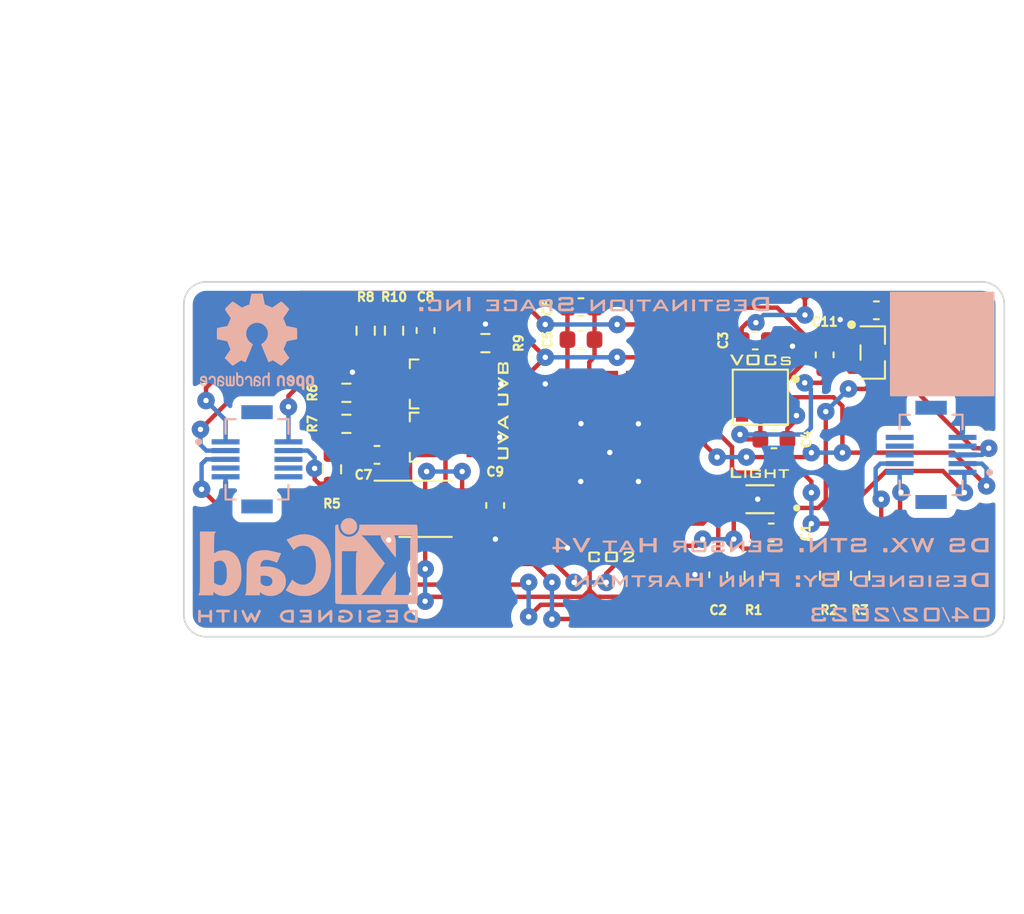
<source format=kicad_pcb>
(kicad_pcb (version 20211014) (generator pcbnew)
  (title_block (title "Destination Weather Station Sensor Hat") (date "2023-04-02") (rev "04") (comment 1 "Soloman Hartman") (comment 2 "PROTOTYPE") (comment 3 "2023"))
  (layers (0 "F.Cu" signal) (31 "B.Cu" signal) (34 "B.Paste" user) (35 "F.Paste" user) (36 "B.SilkS" user "B.Silkscreen") (37 "F.SilkS" user "F.Silkscreen") (38 "B.Mask" user) (39 "F.Mask" user) (44 "Edge.Cuts" user))
  (net 0 "")
  (net 1 "+3V3")
  (net 2 "GND")
  (net 3 "/DVI")
  (net 4 "Net-(C7-Pad1)")
  (net 5 "Net-(C7-Pad2)")
  (net 6 "SDA")
  (net 7 "SCL")
  (net 8 "Net-(C8-Pad1)")
  (net 10 "Net-(C8-Pad2)")
  (net 11 "Signal_UVA")
  (net 12 "Signal_UVB")
  (net 20 "+1V8")
  (footprint "DS-Master-Sensors-SMD:LGA9CP105_3X3_300X300X90L70N" (layer "F.Cu") (at 147.32 95.504 180)
    (fp_text reference "U2" hide)
    (fp_text value "ENS160")
  )
  (footprint "Resistor_SMD:R_0603_1608Metric" (layer "F.Cu") (at 122.7836 99.631 -90)
    (fp_text reference "R5")
    (fp_text value "3.3K")
  )
  (footprint "Capacitor_SMD:C_0603_1608Metric" (layer "F.Cu") (at 147.942 103.251 180)
    (fp_text reference "C1")
    (fp_text value "0.1uF")
  )
  (footprint "Capacitor_SMD:C_0603_1608Metric" (layer "F.Cu") (at 148.095 97.917)
    (fp_text reference "C4")
    (fp_text value "10uF")
  )
  (footprint "Resistor_SMD:R_0603_1608Metric" (layer "F.Cu") (at 123.6086 97.028 180)
    (fp_text reference "R7")
    (fp_text value "1M")
  )
  (footprint "Resistor_SMD:R_0603_1608Metric" (layer "F.Cu") (at 153.035 105.727 90)
    (fp_text reference "R3")
    (fp_text value "10K")
  )
  (footprint "Resistor_SMD:R_0603_1608Metric" (layer "F.Cu") (at 151.257 105.727 90)
    (fp_text reference "R2")
    (fp_text value "10K")
  )
  (footprint "DS-sensors:SCD40" (layer "F.Cu") (at 138.770995 98.741992)
    (fp_text reference "U3" hide)
    (fp_text value "SCD42")
  )
  (footprint "Resistor_SMD:R_0603_1608Metric" (layer "F.Cu") (at 126.3396 91.694 90)
    (fp_text reference "R10")
    (fp_text value "1M")
  )
  (footprint "Resistor_SMD:R_0603_1608Metric" (layer "F.Cu") (at 146.939 105.727 90)
    (fp_text reference "R1")
    (fp_text value "1K")
  )
  (footprint "Capacitor_SMD:C_0603_1608Metric" (layer "F.Cu") (at 128.143 91.681 90)
    (fp_text reference "C8")
    (fp_text value "0.1uF")
  )
  (footprint "Capacitor_SMD:C_0603_1608Metric" (layer "F.Cu") (at 151.003 93.078 90)
    (fp_text reference "C11")
    (fp_text value "1uF")
  )
  (footprint "DS-sensors:GUVAS12SD" (layer "F.Cu") (at 121.143 94.742 90)
    (fp_text reference "D2" hide)
    (fp_text value "GUVBS11SD")
  )
  (footprint "kibuzzard-63A142D7" (layer "F.Cu") (at 132.588 94.742 90)
    (fp_text reference "kibuzzard-63A142D7" hide)
    (fp_text value "G***" hide)
  )
  (footprint "kibuzzard-63A14315" (layer "F.Cu") (at 147.32 93.3704)
    (fp_text reference "kibuzzard-63A14315" hide)
    (fp_text value "G***" hide)
  )
  (footprint "Resistor_SMD:R_0603_1608Metric" (layer "F.Cu") (at 123.6086 95.25)
    (fp_text reference "R6")
    (fp_text value "1K")
  )
  (footprint "DS-sensors:XDCR_BH1750FVI-TR" (layer "F.Cu") (at 147.298004 101.346 180)
    (fp_text reference "U1" hide)
    (fp_text value "BH1750")
  )
  (footprint "Resistor_SMD:R_0603_1608Metric" (layer "F.Cu") (at 131.572 92.4052)
    (fp_text reference "R9")
    (fp_text value "1K")
  )
  (footprint "Capacitor_SMD:C_0603_1608Metric" (layer "F.Cu") (at 132.1308 101.7016 -90)
    (fp_text reference "C9")
    (fp_text value "0.1uF")
  )
  (footprint "Capacitor_SMD:C_0603_1608Metric" (layer "F.Cu") (at 153.9618 90.5256 180)
    (fp_text reference "C10")
    (fp_text value "1uF")
  )
  (footprint "DS-sensors:GUVAS12SD" (layer "F.Cu") (at 121.143 97.79 90)
    (fp_text reference "D1" hide)
    (fp_text value "GUVAS12SD")
  )
  (footprint "Capacitor_SMD:C_0603_1608Metric" (layer "F.Cu") (at 147.0282 92.2528)
    (fp_text reference "C3")
    (fp_text value "0.1uF")
  )
  (footprint "kibuzzard-63A142F5" (layer "F.Cu") (at 138.7856 104.648)
    (fp_text reference "kibuzzard-63A142F5" hide)
    (fp_text value "G***" hide)
  )
  (footprint "Resistor_SMD:R_0603_1608Metric" (layer "F.Cu") (at 124.714 91.694 -90)
    (fp_text reference "R8")
    (fp_text value "3.3K")
  )
  (footprint "Capacitor_SMD:C_0603_1608Metric" (layer "F.Cu") (at 137.046 92.202 180)
    (fp_text reference "C5")
    (fp_text value "0.1uF")
  )
  (footprint "kibuzzard-63A14339" (layer "F.Cu") (at 147.2946 99.822)
    (fp_text reference "kibuzzard-63A14339" hide)
    (fp_text value "G***" hide)
  )
  (footprint "Capacitor_SMD:C_0603_1608Metric" (layer "F.Cu") (at 144.907 105.677 -90)
    (fp_text reference "C2")
    (fp_text value "0.1uF")
  )
  (footprint "Package_SO:MSOP-8_3x3mm_P0.65mm" (layer "F.Cu") (at 128.143 101.895)
    (fp_text reference "U4" hide)
    (fp_text value "MCP6002-E/MS")
  )
  (footprint "DS-Master-PMIC-SMD:AP7313-18SAG-7" (layer "F.Cu") (at 153.756 92.943 -90)
    (fp_text reference "U5" hide)
    (fp_text value "AP7313")
  )
  (footprint "Capacitor_SMD:C_0603_1608Metric" (layer "F.Cu") (at 137.046 90.3478 180)
    (fp_text reference "C6")
    (fp_text value "10uF")
  )
  (footprint "kibuzzard-63A142C4" (layer "F.Cu") (at 132.588 97.79 90)
    (fp_text reference "kibuzzard-63A142C4" hide)
    (fp_text value "G***" hide)
  )
  (footprint "Capacitor_SMD:C_0603_1608Metric" (layer "F.Cu") (at 125.362 98.806 180)
    (fp_text reference "C7")
    (fp_text value "0.1uF")
  )
  (footprint "DS-connectors:HRS_DF12NB(3.0)-10DS-0.5V(51)" (layer "B.Cu") (at 157.099 98.806 -90)
    (fp_text reference "J2" hide)
    (fp_text value "DF12NB(3.0)-10DS-0.5V(51)")
  )
  (footprint "DS-connectors:HRS_DF12NB(3.0)-10DS-0.5V(51)" (layer "B.Cu") (at 118.491 99.06 90)
    (fp_text reference "J1" hide)
    (fp_text value "DF12NB(3.0)-10DS-0.5V(51)")
  )
  (footprint "kibuzzard-6429C003" (layer "B.Cu") (at 147.9296 105.9688 180)
    (fp_text reference "kibuzzard-6429C003" hide)
    (fp_text value "G***" hide)
  )
  (footprint "Symbol:OSHW-Logo2_7.3x6mm_SilkScreen" (layer "B.Cu") (at 118.491 92.329 180)
    (fp_text reference "REF**" hide)
    (fp_text value "OSHW-Logo2_7.3x6mm_SilkScreen" hide)
  )
  (footprint "Symbol:KiCad-Logo2_5mm_SilkScreen" (layer "B.Cu") (at 121.412 105.41 180)
    (fp_text reference "REF**" hide)
    (fp_text value "KiCad-Logo2_5mm_SilkScreen" hide)
  )
  (footprint "kibuzzard-641DA226" (layer "B.Cu") (at 137.795 90.17 180)
    (fp_text reference "kibuzzard-641DA226" hide)
    (fp_text value "G***" hide)
  )
  (gr_rect (start 154.813 89.535) (end 160.655 95.377) (layer "B.SilkS") (width 0.15) (fill solid))
  (gr_arc (start 161.29 107.95) (mid 160.918026 108.848026) (end 160.02 109.22) (layer "Edge.Cuts") (width 0.1))
  (gr_arc (start 115.57 109.22) (mid 114.671974 108.848026) (end 114.3 107.95) (layer "Edge.Cuts") (width 0.1))
  (gr_arc (start 114.3 90.17) (mid 114.671974 89.271974) (end 115.57 88.9) (layer "Edge.Cuts") (width 0.1))
  (gr_arc (start 160.02 88.9) (mid 160.918026 89.271974) (end 161.29 90.17) (layer "Edge.Cuts") (width 0.1))
  (gr_line (start 114.3 107.95) (end 114.3 90.17) (layer "Edge.Cuts") (width 0.1))
  (gr_line (start 161.29 90.17) (end 161.29 107.95) (layer "Edge.Cuts") (width 0.1))
  (gr_line (start 115.57 88.9) (end 160.02 88.9) (layer "Edge.Cuts") (width 0.1))
  (gr_line (start 160.02 109.22) (end 115.57 109.22) (layer "Edge.Cuts") (width 0.1))
  (segment (start 137.541 106.553) (end 137.541 104.394) (width 0.254) (layer "F.Cu") (net 1))
  (segment (start 148.971 104.14) (end 148.717 103.886) (width 0.254) (layer "F.Cu") (net 1))
  (segment (start 150.63 101.846) (end 150.97125 101.50475) (width 0.254) (layer "F.Cu") (net 1))
  (segment (start 128.1176 107.188) (end 128.3701 106.9355) (width 0.254) (layer "F.Cu") (net 1))
  (segment (start 137.541 106.934) (end 137.922 106.934) (width 0.254) (layer "F.Cu") (net 1))
  (segment (start 150.0886 89.662) (end 149.872924 89.877676) (width 0.254) (layer "F.Cu") (net 1))
  (segment (start 159.512 98.425) (end 155.0035 93.9165) (width 0.254) (layer "F.Cu") (net 1))
  (segment (start 137.1615 106.9355) (end 137.5395 106.9355) (width 0.254) (layer "F.Cu") (net 1))
  (segment (start 154.7368 90.7288) (end 154.7368 92.9372) (width 0.254) (layer "F.Cu") (net 1))
  (segment (start 154.731 93.644) (end 154.731 92.943) (width 0.254) (layer "F.Cu") (net 1))
  (segment (start 138.5068 89.662) (end 149.6568 89.662) (width 0.254) (layer "F.Cu") (net 1))
  (segment (start 151.892 104.14) (end 148.971 104.14) (width 0.254) (layer "F.Cu") (net 1))
  (segment (start 152.145 106.3234) (end 152.3736 106.552) (width 0.254) (layer "F.Cu") (net 1))
  (segment (start 146.2532 92.2528) (end 146.2532 94.4372) (width 0.254) (layer "F.Cu") (net 1))
  (segment (start 137.821 90.3478) (end 137.821 92.202) (width 0.25) (layer "F.Cu") (net 1))
  (segment (start 151.0665 96.3305) (end 151.0665 101.4095) (width 0.25) (layer "F.Cu") (net 1))
  (segment (start 143.9545 107.2515) (end 146.2395 107.2515) (width 0.254) (layer "F.Cu") (net 1))
  (segment (start 143.637 106.934) (end 143.9545 107.2515) (width 0.254) (layer "F.Cu") (net 1))
  (segment (start 146.56052 91.23428) (end 146.2532 91.5416) (width 0.254) (layer "F.Cu") (net 1))
  (segment (start 137.922 106.934) (end 138.149445 106.934) (width 0.254) (layer "F.Cu") (net 1))
  (segment (start 145.83 96.554) (end 145.542 96.266) (width 0.254) (layer "F.Cu") (net 1))
  (segment (start 128.3701 106.9355) (end 137.1615 106.9355) (width 0.254) (layer "F.Cu") (net 1))
  (segment (start 121.7295 107.188) (end 128.1176 107.188) (width 0.254) (layer "F.Cu") (net 1))
  (segment (start 148.695 101.846) (end 150.63 101.846) (width 0.254) (layer "F.Cu") (net 1))
  (segment (start 137.541 106.553) (end 137.922 106.934) (width 0.254) (layer "F.Cu") (net 1))
  (segment (start 149.6568 89.662) (end 150.0886 89.662) (width 0.254) (layer "F.Cu") (net 1))
  (segment (start 137.821 93.192) (end 137.821 92.202) (width 0.254) (layer "F.Cu") (net 1))
  (segment (start 138.836055 106.9355) (end 138.837555 106.934) (width 0.254) (layer "F.Cu") (net 1))
  (segment (start 154.7368 89.916) (end 154.4828 89.662) (width 0.254) (layer "F.Cu") (net 1))
  (segment (start 145.83 94.454) (end 145.542 94.742) (width 0.254) (layer "F.Cu") (net 1))
  (segment (start 149.872924 89.877676) (end 149.872924 89.928476) (width 0.254) (layer "F.Cu") (net 1))
  (segment (start 152.145 104.393) (end 151.892 104.14) (width 0.254) (layer "F.Cu") (net 1))
  (segment (start 138.149445 106.934) (end 138.150945 106.9355) (width 0.254) (layer "F.Cu") (net 1))
  (segment (start 137.541 106.553) (end 137.541 106.556) (width 0.254) (layer "F.Cu") (net 1))
  (segment (start 152.3736 106.552) (end 152.145 106.552) (width 0.254) (layer "F.Cu") (net 1))
  (segment (start 137.5395 106.9355) (end 137.541 106.934) (width 0.254) (layer "F.Cu") (net 1))
  (segment (start 154.7368 92.9372) (end 154.731 92.943) (width 0.254) (layer "F.Cu") (net 1))
  (segment (start 130.2385 100.903) (end 130.2555 100.92) (width 0.25) (layer "F.Cu") (net 1))
  (segment (start 152.145 106.552) (end 151.9184 106.552) (width 0.254) (layer "F.Cu") (net 1))
  (segment (start 148.717 101.868) (end 148.695 101.846) (width 0.254) (layer "F.Cu") (net 1))
  (segment (start 146.2395 107.2515) (end 146.939 106.552) (width 0.254) (layer "F.Cu") (net 1))
  (segment (start 160.401 98.425) (end 159.512 98.425) (width 0.254) (layer "F.Cu") (net 1))
  (segment (start 146.2532 91.5416) (end 146.2532 92.2528) (width 0.254) (layer "F.Cu") (net 1))
  (segment (start 153.035 106.552) (end 152.3736 106.552) (width 0.254) (layer "F.Cu") (net 1))
  (segment (start 148.717 103.886) (end 148.717 103.251) (width 0.254) (layer "F.Cu") (net 1))
  (segment (start 146.2532 94.4372) (end 146.27 94.454) (width 0.254) (layer "F.Cu") (net 1))
  (segment (start 147.064315 91.23428) (end 146.56052 91.23428) (width 0.254) (layer "F.Cu") (net 1))
  (segment (start 151.9184 106.55) (end 151.9184 106.552) (width 0.254) (layer "F.Cu") (net 1))
  (segment (start 152.145 106.552) (end 152.145 106.3234) (width 0.254) (layer "F.Cu") (net 1))
  (segment (start 149.6568 89.662) (end 149.872924 89.878124) (width 0.254) (layer "F.Cu") (net 1))
  (segment (start 151.9184 106.552) (end 151.257 106.552) (width 0.254) (layer "F.Cu") (net 1))
  (segment (start 146.27 94.454) (end 145.83 94.454) (width 0.254) (layer "F.Cu") (net 1))
  (segment (start 138.150945 106.9355) (end 138.836055 106.9355) (width 0.254) (layer "F.Cu") (net 1))
  (segment (start 154.4828 89.662) (end 150.0886 89.662) (width 0.254) (layer "F.Cu") (net 1))
  (segment (start 130.2555 100.92) (end 132.1242 100.92) (width 0.25) (layer "F.Cu") (net 1))
  (segment (start 153.34725 95.02775) (end 154.477 93.898) (width 0.254) (layer "F.Cu") (net 1))
  (segment (start 154.985 93.898) (end 155.0035 93.9165) (width 0.254) (layer "F.Cu") (net 1))
  (segment (start 152.36825 95.02775) (end 153.34725 95.02775) (width 0.254) (layer "F.Cu") (net 1))
  (segment (start 138.837555 106.934) (end 143.637 106.934) (width 0.254) (layer "F.Cu") (net 1))
  (segment (start 151.0665 101.4095) (end 150.97125 101.50475) (width 0.25) (layer "F.Cu") (net 1))
  (segment (start 154.477 93.898) (end 154.985 93.898) (width 0.254) (layer "F.Cu") (net 1))
  (segment (start 154.477 93.898) (end 154.731 93.644) (width 0.254) (layer "F.Cu") (net 1))
  (segment (start 154.7368 90.5256) (end 154.7368 89.916) (width 0.254) (layer "F.Cu") (net 1))
  (segment (start 152.145 106.3234) (end 152.145 104.393) (width 0.254) (layer "F.Cu") (net 1))
  (segment (start 130.2385 99.7585) (end 130.2385 100.903) (width 0.25) (layer "F.Cu") (net 1))
  (segment (start 115.316 100.7745) (end 121.7295 107.188) (width 0.254) (layer "F.Cu") (net 1))
  (segment (start 146.939 106.552) (end 148.717 106.552) (width 0.254) (layer "F.Cu") (net 1))
  (segment (start 137.821 90.3478) (end 138.5068 89.662) (width 0.254) (layer "F.Cu") (net 1))
  (segment (start 128.1228 105.339) (end 128.1228 99.8422) (width 0.25) (layer "F.Cu") (net 1))
  (segment (start 155.0035 93.9165) (end 154.731 93.644) (width 0.254) (layer "F.Cu") (net 1))
  (segment (start 137.541 106.934) (end 137.541 106.553) (width 0.254) (layer "F.Cu") (net 1))
  (segment (start 152.145 106.3234) (end 151.9184 106.55) (width 0.254) (layer "F.Cu") (net 1))
  (segment (start 148.717 103.252) (end 148.717 101.868) (width 0.254) (layer "F.Cu") (net 1))
  (segment (start 149.872924 89.878124) (end 149.872924 89.928476) (width 0.254) (layer "F.Cu") (net 1))
  (segment (start 137.541 104.394) (end 137.521 104.374) (width 0.254) (layer "F.Cu") (net 1))
  (segment (start 128.1228 99.8422) (end 128.2065 99.7585) (width 0.25) (layer "F.Cu") (net 1))
  (segment (start 137.521 104.374) (end 137.521 102.742) (width 0.254) (layer "F.Cu") (net 1))
  (segment (start 137.821 93.192) (end 137.521 93.492) (width 0.254) (layer "F.Cu") (net 1))
  (segment (start 137.521 93.492) (end 137.521 94.742) (width 0.254) (layer "F.Cu") (net 1))
  (segment (start 151.257 106.552) (end 148.717 106.552) (width 0.254) (layer "F.Cu") (net 1))
  (segment (start 146.27 96.554) (end 145.83 96.554) (width 0.254) (layer "F.Cu") (net 1))
  (segment (start 149.872924 90.792076) (end 149.872924 89.928476) (width 0.254) (layer "F.Cu") (net 1))
  (segment (start 132.1242 100.92) (end 132.1308 100.9266) (width 0.25) (layer "F.Cu") (net 1))
  (segment (start 145.542 94.742) (end 145.542 96.266) (width 0.254) (layer "F.Cu") (net 1))
  (segment (start 137.541 106.556) (end 137.1615 106.9355) (width 0.254) (layer "F.Cu") (net 1))
  (via (at 128.2065 99.7585) (size 1) (drill 0.31) (layers "F.Cu" "B.Cu") (net 1))
  (via (at 128.1228 105.339) (size 1) (drill 0.31) (layers "F.Cu" "B.Cu") (net 1))
  (via (at 149.872924 90.792076) (size 1) (drill 0.31) (layers "F.Cu" "B.Cu") (net 1))
  (via (at 128.1176 107.188) (size 1) (drill 0.31) (layers "F.Cu" "B.Cu") (net 1))
  (via (at 151.0665 96.3305) (size 1) (drill 0.31) (layers "F.Cu" "B.Cu") (net 1))
  (via (at 160.401 98.425) (size 1) (drill 0.31) (layers "F.Cu" "B.Cu") (net 1))
  (via (at 152.36825 95.02775) (size 1) (drill 0.31) (layers "F.Cu" "B.Cu") (net 1))
  (via (at 147.064315 91.23428) (size 1) (drill 0.31) (layers "F.Cu" "B.Cu") (net 1))
  (via (at 130.2385 99.7585) (size 1) (drill 0.31) (layers "F.Cu" "B.Cu") (net 1))
  (via (at 115.316 100.7745) (size 1) (drill 0.31) (layers "F.Cu" "B.Cu") (net 1))
  (segment (start 115.316 99.331) (end 115.587 99.06) (width 0.254) (layer "B.Cu") (net 1))
  (segment (start 115.316 100.7745) (end 115.316 99.331) (width 0.254) (layer "B.Cu") (net 1))
  (segment (start 130.2385 99.7585) (end 128.2065 99.7585) (width 0.25) (layer "B.Cu") (net 1))
  (segment (start 152.36825 95.02775) (end 152.36825 95.02875) (width 0.254) (layer "B.Cu") (net 1))
  (segment (start 115.587 99.06) (end 116.691 99.06) (width 0.254) (layer "B.Cu") (net 1))
  (segment (start 128.1228 105.339) (end 128.1176 105.3442) (width 0.25) (layer "B.Cu") (net 1))
  (segment (start 147.064315 91.23428) (end 147.506519 90.792076) (width 0.254) (layer "B.Cu") (net 1))
  (segment (start 152.36825 95.02875) (end 151.0665 96.3305) (width 0.254) (layer "B.Cu") (net 1))
  (segment (start 160.401 98.425) (end 160.02 98.806) (width 0.254) (layer "B.Cu") (net 1))
  (segment (start 147.506519 90.792076) (end 149.872924 90.792076) (width 0.254) (layer "B.Cu") (net 1))
  (segment (start 160.02 98.806) (end 158.899 98.806) (width 0.254) (layer "B.Cu") (net 1))
  (segment (start 128.1176 105.3442) (end 128.1176 107.188) (width 0.25) (layer "B.Cu") (net 1))
  (segment (start 144.3615 106.452) (end 144.907 106.452) (width 0.254) (layer "F.Cu") (net 2))
  (segment (start 148.8303 92.2528) (end 149.1605 92.583) (width 0.254) (layer "F.Cu") (net 2))
  (segment (start 130.2555 102.87) (end 131.1656 102.87) (width 0.25) (layer "F.Cu") (net 2))
  (segment (start 147.6664 100.846) (end 148.673004 100.846) (width 0.254) (layer "F.Cu") (net 2))
  (segment (start 126.0305 103.6785) (end 126.0348 103.6828) (width 0.25) (layer "F.Cu") (net 2))
  (segment (start 147.32 93.726) (end 147.8032 93.2428) (width 0.254) (layer "F.Cu") (net 2))
  (segment (start 138.696 98.667) (end 138.771 98.742) (width 0.254) (layer "F.Cu") (net 2))
  (segment (start 148.87 97.3068) (end 148.87 97.917) (width 0.254) (layer "F.Cu") (net 2))
  (segment (start 136.271 94.742) (end 135.001 94.742) (width 0.254) (layer "F.Cu") (net 2))
  (segment (start 136.271 92.202) (end 136.270995 92.202005) (width 0.254) (layer "F.Cu") (net 2))
  (segment (start 151.892 91.991) (end 151.934 92.033) (width 0.254) (layer "F.Cu") (net 2))
  (segment (start 148.673004 101.346) (end 148.673004 100.846) (width 0.254) (layer "F.Cu") (net 2))
  (segment (start 132.1308 102.4766) (end 132.1308 103.6193) (width 0.25) (layer "F.Cu") (net 2))
  (segment (start 152.104 92.033) (end 152.781 92.033) (width 0.254) (layer "F.Cu") (net 2))
  (segment (start 132.08 91.313) (end 131.572 91.313) (width 0.254) (layer "F.Cu") (net 2))
  (segment (start 147.167 101.3454) (end 147.167 103.251) (width 0.254) (layer "F.Cu") (net 2))
  (segment (start 149.386 96.7908) (end 148.87 97.3068) (width 0.254) (layer "F.Cu") (net 2))
  (segment (start 147.32 94.454) (end 147.32 93.726) (width 0.254) (layer "F.Cu") (net 2))
  (segment (start 136.271 90.3478) (end 136.271 92.202) (width 0.25) (layer "F.Cu") (net 2))
  (segment (start 152.104 92.033) (end 151.892 91.821) (width 0.254) (layer "F.Cu") (net 2))
  (segment (start 151.622 92.303) (end 151.892 92.033) (width 0.254) (layer "F.Cu") (net 2))
  (segment (start 131.191 94.742) (end 132.461 94.742) (width 0.254) (layer "F.Cu") (net 2))
  (segment (start 151.934 92.033) (end 152.104 92.033) (width 0.254) (layer "F.Cu") (net 2))
  (segment (start 136.271 102.742) (end 136.271 104.14) (width 0.254) (layer "F.Cu") (net 2))
  (segment (start 126.0305 102.87) (end 126.0305 103.6785) (width 0.25) (layer "F.Cu") (net 2))
  (segment (start 131.559 102.4766) (end 132.1308 102.4766) (width 0.25) (layer "F.Cu") (net 2))
  (segment (start 149.386 96.554) (end 149.386 96.7908) (width 0.254) (layer "F.Cu") (net 2))
  (segment (start 132.1308 103.6193) (end 132.1435 103.632) (width 0.25) (layer "F.Cu") (net 2))
  (segment (start 153.1868 90.5256) (end 152.4254 90.5256) (width 0.254) (layer "F.Cu") (net 2))
  (segment (start 136.270995 92.202005) (end 136.270995 94.741992) (width 0.254) (layer "F.Cu") (net 2))
  (segment (start 131.149074 97.796074) (end 131.143 97.79) (width 0.254) (layer "F.Cu") (net 2))
  (segment (start 132.397 92.4052) (end 132.397 91.63) (width 0.254) (layer "F.Cu") (net 2))
  (segment (start 147.167 101.3454) (end 147.6664 100.846) (width 0.254) (layer "F.Cu") (net 2))
  (segment (start 151.003 92.303) (end 151.622 92.303) (width 0.254) (layer "F.Cu") (net 2))
  (segment (start 147.32 95.504) (end 147.32 94.454) (width 0.254) (layer "F.Cu") (net 2))
  (segment (start 149.386 96.554) (end 148.37 96.554) (width 0.254) (layer "F.Cu") (net 2))
  (segment (start 147.8032 92.2528) (end 148.8303 92.2528) (width 0.254) (layer "F.Cu") (net 2))
  (segment (start 124.459 94.572762) (end 124.459 95.25) (width 0.254) (layer "F.Cu") (net 2))
  (segment (start 131.1656 102.87) (end 131.559 102.4766) (width 0.25) (layer "F.Cu") (net 2))
  (segment (start 147.8032 93.2428) (end 147.8032 92.2528) (width 0.254) (layer "F.Cu") (net 2))
  (segment (start 143.5735 105.664) (end 144.3615 106.452) (width 0.254) (layer "F.Cu") (net 2))
  (segment (start 132.390426 97.796074) (end 131.149074 97.796074) (width 0.254) (layer "F.Cu") (net 2))
  (segment (start 151.892 91.059) (end 151.892 91.821) (width 0.254) (layer "F.Cu") (net 2))
  (segment (start 152.4254 90.5256) (end 151.892 91.059) (width 0.254) (layer "F.Cu") (net 2))
  (segment (start 123.955671 94.069433) (end 124.459 94.572762) (width 0.254) (layer "F.Cu") (net 2))
  (segment (start 151.892 91.821) (end 151.892 91.991) (width 0.254) (layer "F.Cu") (net 2))
  (segment (start 126.0305 102.87) (end 126.0305 102.22) (width 0.25) (layer "F.Cu") (net 2))
  (segment (start 132.397 91.63) (end 132.08 91.313) (width 0.254) (layer "F.Cu") (net 2))
  (via (at 132.1435 103.632) (size 1) (drill 0.31) (layers "F.Cu" "B.Cu") (net 2))
  (via (at 138.696 98.667) (size 1) (drill 0.31) (layers "F.Cu" "B.Cu") (net 2))
  (via (at 149.1605 92.583) (size 1) (drill 0.31) (layers "F.Cu" "B.Cu") (net 2))
  (via (at 131.572 91.313) (size 1) (drill 0.31) (layers "F.Cu" "B.Cu") (net 2))
  (via (at 137.033 100.33) (size 1) (drill 0.31) (layers "F.Cu" "B.Cu") (net 2))
  (via (at 123.955671 94.069433) (size 1) (drill 0.31) (layers "F.Cu" "B.Cu") (net 2))
  (via (at 149.386 96.554) (size 1) (drill 0.31) (layers "F.Cu" "B.Cu") (net 2))
  (via (at 151.892 91.059) (size 1) (drill 0.31) (layers "F.Cu" "B.Cu") (net 2))
  (via (at 140.335 100.33) (size 1) (drill 0.31) (layers "F.Cu" "B.Cu") (net 2))
  (via (at 126.0348 103.6828) (size 1) (drill 0.31) (layers "F.Cu" "B.Cu") (net 2))
  (via (at 135.001 94.742) (size 1) (drill 0.31) (layers "F.Cu" "B.Cu") (net 2))
  (via (at 132.461 94.742) (size 1) (drill 0.31) (layers "F.Cu" "B.Cu") (net 2))
  (via (at 147.167 101.3454) (size 1) (drill 0.31) (layers "F.Cu" "B.Cu") (net 2))
  (via (at 136.271 104.14) (size 1) (drill 0.31) (layers "F.Cu" "B.Cu") (net 2))
  (via (at 143.5735 105.664) (size 1) (drill 0.31) (layers "F.Cu" "B.Cu") (net 2))
  (via (at 132.390426 97.796074) (size 1) (drill 0.31) (layers "F.Cu" "B.Cu") (net 2))
  (via (at 140.335 97.028) (size 1) (drill 0.31) (layers "F.Cu" "B.Cu") (net 2))
  (via (at 137.045 97.016) (size 1) (drill 0.31) (layers "F.Cu" "B.Cu") (net 2))
  (segment (start 158.899 97.806) (end 158.899 97.304) (width 0.254) (layer "B.Cu") (net 2))
  (segment (start 116.691 100.06) (end 116.691 101.1174) (width 0.254) (layer "B.Cu") (net 2))
  (segment (start 144.907 101.834978) (end 145.395978 101.346) (width 0.254) (layer "F.Cu") (net 3))
  (segment (start 145.395978 101.346) (end 145.945 101.346) (width 0.254) (layer "F.Cu") (net 3))
  (segment (start 144.907 104.902) (end 146.939 104.902) (width 0.254) (layer "F.Cu") (net 3))
  (segment (start 144.907 104.902) (end 144.907 101.834978) (width 0.254) (layer "F.Cu") (net 3))
  (segment (start 126.1575 101.57) (end 126.9665 101.57) (width 0.254) (layer "F.Cu") (net 4))
  (segment (start 127.254 101.2825) (end 127.254 99.187) (width 0.254) (layer "F.Cu") (net 4))
  (segment (start 126.137 97.816) (end 126.111 97.79) (width 0.254) (layer "F.Cu") (net 4))
  (segment (start 128.165 97.79) (end 126.3904 97.79) (width 0.254) (layer "F.Cu") (net 4))
  (segment (start 126.111 97.79) (end 125.349 97.028) (width 0.254) (layer "F.Cu") (net 4))
  (segment (start 126.137 98.806) (end 126.137 98.0446) (width 0.254) (layer "F.Cu") (net 4))
  (segment (start 124.4336 97.028) (end 125.349 97.028) (width 0.25) (layer "F.Cu") (net 4))
  (segment (start 126.3904 97.79) (end 126.111 97.79) (width 0.254) (layer "F.Cu") (net 4))
  (segment (start 126.873 98.806) (end 126.137 98.806) (width 0.254) (layer "F.Cu") (net 4))
  (segment (start 126.137 98.0446) (end 126.137 97.816) (width 0.254) (layer "F.Cu") (net 4))
  (segment (start 126.9665 101.57) (end 127.254 101.2825) (width 0.254) (layer "F.Cu") (net 4))
  (segment (start 127.254 99.187) (end 126.873 98.806) (width 0.254) (layer "F.Cu") (net 4))
  (segment (start 126.137 98.0434) (end 126.3904 97.79) (width 0.254) (layer "F.Cu") (net 4))
  (segment (start 126.137 98.0446) (end 126.137 98.0434) (width 0.254) (layer "F.Cu") (net 4))
  (segment (start 122.7836 98.806) (end 122.7836 97.028) (width 0.25) (layer "F.Cu") (net 5))
  (segment (start 124.587 98.806) (end 122.7836 98.806) (width 0.25) (layer "F.Cu") (net 5))
  (segment (start 122.7836 95.25) (end 122.7836 97.028) (width 0.25) (layer "F.Cu") (net 5))
  (segment (start 149.733 99.822) (end 145.8976 99.822) (width 0.254) (layer "F.Cu") (net 6))
  (segment (start 144.9578 100.5586) (end 145.0848 100.4316) (width 0.254) (layer "F.Cu") (net 6))
  (segment (start 151.8285 102.743) (end 151.8285 102.6795) (width 0.254) (layer "F.Cu") (net 6))
  (segment (start 145.8976 99.822) (end 145.6944 99.822) (width 0.254) (layer "F.Cu") (net 6))
  (segment (start 141.8463 91.1987) (end 141.8463 91.4781) (width 0.254) (layer "F.Cu") (net 6))
  (segment (start 151.511 102.743) (end 151.8285 102.743) (width 0.254) (layer "F.Cu") (net 6))
  (segment (start 141.7066 91.3384) (end 139.1158 91.3384) (width 0.254) (layer "F.Cu") (net 6))
  (segment (start 141.7066 91.3384) (end 141.8463 91.4781) (width 0.254) (layer "F.Cu") (net 6))
  (segment (start 144.019 102.742) (end 144.453 102.308) (width 0.254) (layer "F.Cu") (net 6))
  (segment (start 145.6944 99.6188) (end 145.8976 99.822) (width 0.254) (layer "F.Cu") (net 6))
  (segment (start 145.6944 98.3488) (end 145.6944 99.4664) (width 0.254) (layer "F.Cu") (net 6))
  (segment (start 142.6718 90.3732) (end 148.2852 90.3732) (width 0.254) (layer "F.Cu") (net 6))
  (segment (start 149.987 93.345) (end 148.878 94.454) (width 0.254) (layer "F.Cu") (net 6))
  (segment (start 153.035 104.902) (end 153.035 103.8225) (width 0.254) (layer "F.Cu") (net 6))
  (segment (start 157.768 99.729) (end 154.525 99.729) (width 0.254) (layer "F.Cu") (net 6))
  (segment (start 145.1356 100.7364) (end 144.9578 100.5586) (width 0.254) (layer "F.Cu") (net 6))
  (segment (start 144.8308 100.6856) (end 144.8054 100.711) (width 0.254) (layer "F.Cu") (net 6))
  (segment (start 144.907 94.5388) (end 144.907 97.5614) (width 0.254) (layer "F.Cu") (net 6))
  (segment (start 145.1356 100.7364) (end 145.0848 100.6856) (width 0.254) (layer "F.Cu") (net 6))
  (segment (start 148.878 94.454) (end 148.37 94.454) (width 0.254) (layer "F.Cu") (net 6))
  (segment (start 145.0848 100.6856) (end 144.8308 100.6856) (width 0.254) (layer "F.Cu") (net 6))
  (segment (start 150.241 102.743) (end 151.511 102.743) (width 0.254) (layer "F.Cu") (net 6))
  (segment (start 141.8463 91.4781) (end 144.907 94.5388) (width 0.254) (layer "F.Cu") (net 6))
  (segment (start 151.511 102.743) (end 151.9555 102.2985) (width 0.254) (layer "F.Cu") (net 6))
  (segment (start 145.923004 100.846) (end 145.2452 100.846) (width 0.254) (layer "F.Cu") (net 6))
  (segment (start 141.271 102.742) (end 144.019 102.742) (width 0.254) (layer "F.Cu") (net 6))
  (segment (start 145.6944 99.822) (end 145.6944 99.4664) (width 0.254) (layer "F.Cu") (net 6))
  (segment (start 151.8285 102.6795) (end 151.9555 102.5525) (width 0.254) (layer "F.Cu") (net 6))
  (segment (start 115.57 94.9706) (end 115.57 95.6945) (width 0.254) (layer "F.Cu") (net 6))
  (segment (start 159.004 100.965) (end 157.768 99.729) (width 0.254) (layer "F.Cu") (net 6))
  (segment (start 121.0056 89.535) (end 115.57 94.9706) (width 0.254) (layer "F.Cu") (net 6))
  (segment (start 141.8971 91.1479) (end 141.7066 91.3384) (width 0.254) (layer "F.Cu") (net 6))
  (segment (start 144.453 101.0634) (end 144.8054 100.711) (width 0.254) (layer "F.Cu") (net 6))
  (segment (start 148.2852 90.3732) (end 149.987 92.075) (width 0.254) (layer "F.Cu") (net 6))
  (segment (start 135.001 91.3384) (end 133.1976 89.535) (width 0.254) (layer "F.Cu") (net 6))
  (segment (start 145.2452 100.846) (end 145.1356 100.7364) (width 0.254) (layer "F.Cu") (net 6))
  (segment (start 150.241 100.965) (end 150.241 100.33) (width 0.254) (layer "F.Cu") (net 6))
  (segment (start 144.8054 100.711) (end 144.9578 100.5586) (width 0.254) (layer "F.Cu") (net 6))
  (segment (start 145.0848 100.4316) (end 145.6944 99.822) (width 0.254) (layer "F.Cu") (net 6))
  (segment (start 151.9555 102.2985) (end 151.9555 102.5525) (width 0.254) (layer "F.Cu") (net 6))
  (segment (start 145.6944 99.4664) (end 145.6944 99.6188) (width 0.254) (layer "F.Cu") (net 6))
  (segment (start 141.8971 91.1479) (end 142.6718 90.3732) (width 0.254) (layer "F.Cu") (net 6))
  (segment (start 141.8971 91.1479) (end 141.8463 91.1987) (width 0.254) (layer "F.Cu") (net 6))
  (segment (start 154.525 99.729) (end 151.9555 102.2985) (width 0.254) (layer "F.Cu") (net 6))
  (segment (start 151.9555 102.5525) (end 151.9555 102.743) (width 0.254) (layer "F.Cu") (net 6))
  (segment (start 145.0848 100.6856) (end 145.0848 100.4316) (width 0.254) (layer "F.Cu") (net 6))
  (segment (start 149.987 92.075) (end 149.987 93.345) (width 0.254) (layer "F.Cu") (net 6))
  (segment (start 151.9555 102.743) (end 153.035 103.8225) (width 0.254) (layer "F.Cu") (net 6))
  (segment (start 133.1976 89.535) (end 121.0056 89.535) (width 0.254) (layer "F.Cu") (net 6))
  (segment (start 144.453 102.308) (end 144.453 101.0634) (width 0.254) (layer "F.Cu") (net 6))
  (segment (start 150.241 100.33) (end 149.733 99.822) (width 0.254) (layer "F.Cu") (net 6))
  (segment (start 151.8285 102.743) (end 151.9555 102.743) (width 0.254) (layer "F.Cu") (net 6))
  (segment (start 144.907 97.5614) (end 145.6944 98.3488) (width 0.254) (layer "F.Cu") (net 6))
  (via (at 159.004 100.965) (size 1) (drill 0.31) (layers "F.Cu" "B.Cu") (net 6))
  (via (at 115.57 95.6945) (size 1) (drill 0.31) (layers "F.Cu" "B.Cu") (net 6))
  (via (at 139.1158 91.3384) (size 1) (drill 0.31) (layers "F.Cu" "B.Cu") (net 6))
  (via (at 150.241 100.965) (size 1) (drill 0.31) (layers "F.Cu" "B.Cu") (net 6))
  (via (at 150.241 102.743) (size 1) (drill 0.31) (layers "F.Cu" "B.Cu") (net 6))
  (via (at 135.001 91.3384) (size 1) (drill 0.31) (layers "F.Cu" "B.Cu") (net 6))
  (segment (start 139.1158 91.3384) (end 135.001 91.3384) (width 0.254) (layer "B.Cu") (net 6))
  (segment (start 150.241 102.743) (end 150.241 100.965) (width 0.254) (layer "B.Cu") (net 6))
  (segment (start 159.004 100.965) (end 159.004 99.911) (width 0.254) (layer "B.Cu") (net 6))
  (segment (start 116.691 96.8155) (end 116.691 98.06) (width 0.254) (layer "B.Cu") (net 6))
  (segment (start 159.004 99.911) (end 158.899 99.806) (width 0.254) (layer "B.Cu") (net 6))
  (segment (start 115.57 95.6945) (end 116.691 96.8155) (width 0.254) (layer "B.Cu") (net 6))
  (segment (start 158.369 98.679) (end 152.019 98.679) (width 0.254) (layer "F.Cu") (net 7))
  (segment (start 133.7945 92.0115) (end 134.0485 92.2655) (width 0.254) (layer "F.Cu") (net 7))
  (segment (start 144.018 103.632) (end 143.637 104.013) (width 0.254) (layer "F.Cu") (net 7))
  (segment (start 152.019 96.012) (end 152.019 98.679) (width 0.254) (layer "F.Cu") (net 7))
  (segment (start 147.482 104.175) (end 148.209 104.902) (width 0.254) (layer "F.Cu") (net 7))
  (segment (start 140.081 104.013) (end 140.335 104.013) (width 0.254) (layer "F.Cu") (net 7))
  (segment (start 134.2771 92.4941) (end 135.001 93.218) (width 0.254) (layer "F.Cu") (net 7))
  (segment (start 148.37 95.504) (end 151.511 95.504) (width 0.25) (layer "F.Cu") (net 7))
  (segment (start 140.081 104.013) (end 140.081 103.759) (width 0.254) (layer "F.Cu") (net 7))
  (segment (start 133.8072 92.0242) (end 133.7945 92.0115) (width 0.254) (layer "F.Cu") (net 7))
  (segment (start 144.145 94.996) (end 144.145 98.2345) (width 0.254) (layer "F.Cu") (net 7))
  (segment (start 146.5209 98.933) (end 149.987 98.933) (width 0.25) (layer "F.Cu") (net 7))
  (segment (start 142.367 93.218) (end 144.145 94.996) (width 0.254) (layer "F.Cu") (net 7))
  (segment (start 160.274 100.584) (end 158.369 98.679) (width 0.254) (layer "F.Cu") (net 7))
  (segment (start 145.945 102.213) (end 145.945 101.846) (width 0.254) (layer "F.Cu") (net 7))
  (segment (start 134.0485 92.2655) (end 134.2771 92.4941) (width 0.254) (layer "F.Cu") (net 7))
  (segment (start 136.652 106.1085) (end 133.677 103.1335) (width 0.254) (layer "F.Cu") (net 7))
  (segment (start 149.987 98.933) (end 150.241 98.679) (width 0.25) (layer "F.Cu") (net 7))
  (segment (start 131.826 90.043) (end 133.7945 92.0115) (width 0.254) (layer "F.Cu") (net 7))
  (segment (start 115.2525 97.3455) (end 122.555 90.043) (width 0.254) (layer "F.Cu") (net 7))
  (segment (start 122.555 90.043) (end 131.826 90.043) (width 0.254) (layer "F.Cu") (net 7))
  (segment (start 133.677 103.1335) (end 133.677 94.542) (width 0.254) (layer "F.Cu") (net 7))
  (segment (start 145.796 102.362) (end 145.945 102.213) (width 0.254) (layer "F.Cu") (net 7))
  (segment (start 145.796 103.632) (end 145.796 102.362) (width 0.254) (layer "F.Cu") (net 7))
  (segment (start 146.339 104.175) (end 147.482 104.175) (width 0.254) (layer "F.Cu") (net 7))
  (segment (start 138.4935 105.6005) (end 140.081 104.013) (width 0.254) (layer "F.Cu") (net 7))
  (segment (start 151.511 95.504) (end 152.019 96.012) (width 0.254) (layer "F.Cu") (net 7))
  (segment (start 143.637 104.013) (end 140.335 104.013) (width 0.254) (layer "F.Cu") (net 7))
  (segment (start 148.209 104.902) (end 151.257 104.902) (width 0.254) (layer "F.Cu") (net 7))
  (segment (start 145.796 103.632) (end 146.339 104.175) (width 0.254) (layer "F.Cu") (net 7))
  (segment (start 138.4935 106.1085) (end 138.4935 105.6005) (width 0.254) (layer "F.Cu") (net 7))
  (segment (start 144.145 98.2345) (end 144.8435 98.933) (width 0.254) (layer "F.Cu") (net 7))
  (segment (start 133.677 94.542) (end 135.001 93.218) (width 0.254) (layer "F.Cu") (net 7))
  (segment (start 140.081 103.759) (end 140.335 104.013) (width 0.254) (layer "F.Cu") (net 7))
  (segment (start 140.081 103.759) (end 140.081 102.801997) (width 0.254) (layer "F.Cu") (net 7))
  (segment (start 139.1158 93.218) (end 142.367 93.218) (width 0.254) (layer "F.Cu") (net 7))
  (via (at 145.796 103.632) (size 1) (drill 0.31) (layers "F.Cu" "B.Cu") (net 7))
  (via (at 139.1158 93.218) (size 1) (drill 0.31) (layers "F.Cu" "B.Cu") (net 7))
  (via (at 144.8435 98.933) (size 1) (drill 0.31) (layers "F.Cu" "B.Cu") (net 7))
  (via (at 150.241 98.679) (size 1) (drill 0.31) (layers "F.Cu" "B.Cu") (net 7))
  (via (at 115.2525 97.3455) (size 1) (drill 0.31) (layers "F.Cu" "B.Cu") (net 7))
  (via (at 146.5209 98.933) (size 1) (drill 0.31) (layers "F.Cu" "B.Cu") (net 7))
  (via (at 152.019 98.679) (size 1) (drill 0.31) (layers "F.Cu" "B.Cu") (net 7))
  (via (at 138.4935 106.1085) (size 1) (drill 0.31) (layers "F.Cu" "B.Cu") (net 7))
  (via (at 160.274 100.584) (size 1) (drill 0.31) (layers "F.Cu" "B.Cu") (net 7))
  (via (at 135.001 93.218) (size 1) (drill 0.31) (layers "F.Cu" "B.Cu") (net 7))
  (via (at 136.652 106.1085) (size 1) (drill 0.31) (layers "F.Cu" "B.Cu") (net 7))
  (via (at 144.018 103.632) (size 1) (drill 0.31) (layers "F.Cu" "B.Cu") (net 7))
  (segment (start 152.019 98.679) (end 150.241 98.679) (width 0.254) (layer "B.Cu") (net 7))
  (segment (start 160.274 100.584) (end 160.274 99.577) (width 0.254) (layer "B.Cu") (net 7))
  (segment (start 138.4935 106.1085) (end 136.652 106.1085) (width 0.254) (layer "B.Cu") (net 7))
  (segment (start 115.587 98.56) (end 116.691 98.56) (width 0.254) (layer "B.Cu") (net 7))
  (segment (start 115.2525 98.2255) (end 115.587 98.56) (width 0.254) (layer "B.Cu") (net 7))
  (segment (start 139.1158 93.218) (end 135.001 93.218) (width 0.254) (layer "B.Cu") (net 7))
  (segment (start 160.003 99.306) (end 158.899 99.306) (width 0.254) (layer "B.Cu") (net 7))
  (segment (start 146.5209 98.933) (end 144.8435 98.933) (width 0.25) (layer "B.Cu") (net 7))
  (segment (start 144.018 103.632) (end 145.796 103.632) (width 0.254) (layer "B.Cu") (net 7))
  (segment (start 115.2525 97.3455) (end 115.2525 98.2255) (width 0.254) (layer "B.Cu") (net 7))
  (segment (start 160.274 99.577) (end 160.003 99.306) (width 0.254) (layer "B.Cu") (net 7))
  (segment (start 128.143 94.742) (end 128.143 92.456) (width 0.254) (layer "F.Cu") (net 8))
  (segment (start 133.223 103.722055) (end 132.486055 104.459) (width 0.254) (layer "F.Cu") (net 8))
  (segment (start 129.413 94.742) (end 129.667 94.996) (width 0.254) (layer "F.Cu") (net 8))
  (segment (start 129.667 95.72) (end 130.166 96.219) (width 0.254) (layer "F.Cu") (net 8))
  (segment (start 128.143 92.456) (end 126.4026 92.456) (width 0.254) (layer "F.Cu") (net 8))
  (segment (start 130.2555 102.22) (end 129.2652 102.22) (width 0.25) (layer "F.Cu") (net 8))
  (segment (start 133.223 97.4598) (end 133.223 103.722055) (width 0.254) (layer "F.Cu") (net 8))
  (segment (start 131.9822 96.219) (end 133.223 97.4598) (width 0.254) (layer "F.Cu") (net 8))
  (segment (start 129.667 94.996) (end 129.667 95.72) (width 0.254) (layer "F.Cu") (net 8))
  (segment (start 132.486055 104.459) (end 130.316199 104.459) (width 0.254) (layer "F.Cu") (net 8))
  (segment (start 130.166 96.219) (end 131.9822 96.219) (width 0.254) (layer "F.Cu") (net 8))
  (segment (start 126.4026 92.456) (end 126.3396 92.519) (width 0.254) (layer "F.Cu") (net 8))
  (segment (start 129.2652 102.22) (end 129.0268 102.4584) (width 0.25) (layer "F.Cu") (net 8))
  (segment (start 129.0268 103.1696) (end 129.9464 104.0892) (width 0.25) (layer "F.Cu") (net 8))
  (segment (start 130.316199 104.459) (end 129.9464 104.0892) (width 0.254) (layer "F.Cu") (net 8))
  (segment (start 128.143 94.742) (end 129.413 94.742) (width 0.254) (layer "F.Cu") (net 8))
  (segment (start 129.0268 102.4584) (end 129.0268 103.1696) (width 0.25) (layer "F.Cu") (net 8))
  (segment (start 130.302 92.456) (end 130.811 92.456) (width 0.254) (layer "F.Cu") (net 10))
  (segment (start 128.752 90.906) (end 130.302 92.456) (width 0.254) (layer "F.Cu") (net 10))
  (segment (start 128.106 90.869) (end 128.143 90.906) (width 0.25) (layer "F.Cu") (net 10))
  (segment (start 124.714 90.869) (end 126.3396 90.869) (width 0.25) (layer "F.Cu") (net 10))
  (segment (start 128.752 90.906) (end 128.143 90.906) (width 0.254) (layer "F.Cu") (net 10))
  (segment (start 126.3396 90.869) (end 128.106 90.869) (width 0.25) (layer "F.Cu") (net 10))
  (segment (start 154.2415 106.9975) (end 154.08275 107.15625) (width 0.25) (layer "F.Cu") (net 11))
  (segment (start 134.736 107.3895) (end 134.0485 108.077) (width 0.254) (layer "F.Cu") (net 11))
  (segment (start 121.790502 99.579713) (end 121.790502 100.200502) (width 0.254) (layer "F.Cu") (net 11))
  (segment (start 133.9215 106.2355) (end 127.0635 106.2355) (width 0.254) (layer "F.Cu") (net 11))
  (segment (start 127.0635 106.2355) (end 122.809 101.981) (width 0.254) (layer "F.Cu") (net 11))
  (segment (start 143.448947 107.388) (end 142.4845 107.388) (width 0.254) (layer "F.Cu") (net 11))
  (segment (start 142.4845 107.388) (end 142.483 107.3895) (width 0.254) (layer "F.Cu") (net 11))
  (segment (start 143.766447 107.7055) (end 143.448947 107.388) (width 0.254) (layer "F.Cu") (net 11))
  (segment (start 134.0485 106.1085) (end 133.9215 106.2355) (width 0.254) (layer "F.Cu") (net 11))
  (segment (start 124.205 100.456) (end 122.809 100.456) (width 0.254) (layer "F.Cu") (net 11))
  (segment (start 153.5335 107.7055) (end 143.766447 107.7055) (width 0.254) (layer "F.Cu") (net 11))
  (segment (start 124.669 100.92) (end 124.205 100.456) (width 0.254) (layer "F.Cu") (net 11))
  (segment (start 154.08275 107.15625) (end 153.5335 107.7055) (width 0.254) (layer "F.Cu") (net 11))
  (segment (start 142.483 107.3895) (end 134.736 107.3895) (width 0.254) (layer "F.Cu") (net 11))
  (segment (start 122.046 100.456) (end 122.809 100.456) (width 0.254) (layer "F.Cu") (net 11))
  (segment (start 126.1575 100.92) (end 124.669 100.92) (width 0.254) (layer "F.Cu") (net 11))
  (segment (start 121.790502 100.200502) (end 122.046 100.456) (width 0.254) (layer "F.Cu") (net 11))
  (segment (start 154.2415 101.346) (end 154.2415 106.9975) (width 0.25) (layer "F.Cu") (net 11))
  (segment (start 122.809 101.981) (end 122.809 100.456) (width 0.254) (layer "F.Cu") (net 11))
  (via (at 134.0485 108.077) (size 1) (drill 0.31) (layers "F.Cu" "B.Cu") (net 11))
  (via (at 134.0485 106.1085) (size 1) (drill 0.31) (layers "F.Cu" "B.Cu") (net 11))
  (via (at 121.790502 99.579713) (size 1) (drill 0.31) (layers "F.Cu" "B.Cu") (net 11))
  (via (at 154.2415 101.346) (size 1) (drill 0.31) (layers "F.Cu" "B.Cu") (net 11))
  (segment (start 154.195 99.306) (end 153.924 99.577) (width 0.254) (layer "B.Cu") (net 11))
  (segment (start 155.299 99.306) (end 154.195 99.306) (width 0.254) (layer "B.Cu") (net 11))
  (segment (start 134.0485 106.1085) (end 134.0485 108.077) (width 0.254) (layer "B.Cu") (net 11))
  (segment (start 121.790502 98.955502) (end 121.395 98.56) (width 0.254) (layer "B.Cu") (net 11))
  (segment (start 153.924 99.577) (end 153.924 101.0285) (width 0.254) (layer "B.Cu") (net 11))
  (segment (start 121.790502 99.579713) (end 121.790502 98.955502) (width 0.254) (layer "B.Cu") (net 11))
  (segment (start 153.924 101.0285) (end 154.2415 101.346) (width 0.254) (layer "B.Cu") (net 11))
  (segment (start 121.395 98.56) (end 120.291 98.56) (width 0.254) (layer "B.Cu") (net 11))
  (segment (start 128.5748 101.8032) (end 128.5748 101.5492) (width 0.254) (layer "F.Cu") (net 12))
  (segment (start 129.286 96.479) (end 129.073 96.266) (width 0.254) (layer "F.Cu") (net 12))
  (segment (start 155.321 106.807) (end 155.321 100.9984) (width 0.254) (layer "F.Cu") (net 12))
  (segment (start 129.286 100.3808) (end 129.286 96.479) (width 0.254) (layer "F.Cu") (net 12))
  (segment (start 135.382 106.1085) (end 134.3279 105.0544) (width 0.254) (layer "F.Cu") (net 12))
  (segment (start 120.291 96.0535) (end 120.291 95.4312) (width 0.254) (layer "F.Cu") (net 12))
  (segment (start 130.2555 101.57) (end 128.808 101.57) (width 0.25) (layer "F.Cu") (net 12))
  (segment (start 123.2032 92.519) (end 124.714 92.519) (width 0.254) (layer "F.Cu") (net 12))
  (segment (start 128.5748 101.346) (end 128.5748 101.092) (width 0.254) (layer "F.Cu") (net 12))
  (segment (start 128.7988 101.57) (end 128.5748 101.346) (width 0.25) (layer "F.Cu") (net 12))
  (segment (start 124.714 93.740736) (end 124.714 92.519) (width 0.254) (layer "F.Cu") (net 12))
  (segment (start 134.3279 105.0544) (end 130.269547 105.0544) (width 0.254) (layer "F.Cu") (net 12))
  (segment (start 128.808 101.57) (end 128.5748 101.8032) (width 0.25) (layer "F.Cu") (net 12))
  (segment (start 120.291 95.4312) (end 123.2032 92.519) (width 0.254) (layer "F.Cu") (net 12))
  (segment (start 128.808 101.57) (end 128.5956 101.57) (width 0.25) (layer "F.Cu") (net 12))
  (segment (start 155.321 100.9984) (end 155.372619 100.946781) (width 0.254) (layer "F.Cu") (net 12))
  (segment (start 128.808 101.57) (end 128.7988 101.57) (width 0.25) (layer "F.Cu") (net 12))
  (segment (start 130.269547 105.0544) (end 128.5748 103.359653) (width 0.254) (layer "F.Cu") (net 12))
  (segment (start 135.382 108.216) (end 135.394 108.204) (width 0.254) (layer "F.Cu") (net 12))
  (segment (start 128.5748 101.092) (end 129.286 100.3808) (width 0.254) (layer "F.Cu") (net 12))
  (segment (start 135.394 108.204) (end 153.924 108.204) (width 0.254) (layer "F.Cu") (net 12))
  (segment (start 127.239264 96.266) (end 124.714 93.740736) (width 0.254) (layer "F.Cu") (net 12))
  (segment (start 153.924 108.204) (end 155.321 106.807) (width 0.254) (layer "F.Cu") (net 12))
  (segment (start 129.073 96.266) (end 127.239264 96.266) (width 0.254) (layer "F.Cu") (net 12))
  (segment (start 128.5748 101.5492) (end 128.5748 101.346) (width 0.254) (layer "F.Cu") (net 12))
  (segment (start 128.5956 101.57) (end 128.5748 101.5492) (width 0.25) (layer "F.Cu") (net 12))
  (segment (start 128.5748 103.359653) (end 128.5748 101.8032) (width 0.254) (layer "F.Cu") (net 12))
  (via (at 135.382 108.216) (size 1) (drill 0.31) (layers "F.Cu" "B.Cu") (net 12))
  (via (at 135.382 106.1085) (size 1) (drill 0.31) (layers "F.Cu" "B.Cu") (net 12))
  (via (at 120.291 96.0535) (size 1) (drill 0.31) (layers "F.Cu" "B.Cu") (net 12))
  (via (at 155.372619 100.946781) (size 1) (drill 0.31) (layers "F.Cu" "B.Cu") (net 12))
  (segment (start 120.291 96.0535) (end 120.291 98.06) (width 0.254) (layer "B.Cu") (net 12))
  (segment (start 155.299 100.873162) (end 155.299 99.806) (width 0.254) (layer "B.Cu") (net 12))
  (segment (start 135.382 106.1085) (end 135.382 108.216) (width 0.254) (layer "B.Cu") (net 12))
  (segment (start 155.372619 100.946781) (end 155.299 100.873162) (width 0.254) (layer "B.Cu") (net 12))
  (segment (start 146.431449 97.917) (end 147.32 97.917) (width 0.254) (layer "F.Cu") (net 20))
  (segment (start 151.003 94.488) (end 150.8115 94.6795) (width 0.254) (layer "F.Cu") (net 20))
  (segment (start 151.003 93.853) (end 151.003 94.488) (width 0.254) (layer "F.Cu") (net 20))
  (segment (start 146.152049 97.6376) (end 146.431449 97.917) (width 0.254) (layer "F.Cu") (net 20))
  (segment (start 150.8115 94.6795) (end 149.86 94.6795) (width 0.254) (layer "F.Cu") (net 20))
  (segment (start 147.32 97.917) (end 147.32 96.554) (width 0.254) (layer "F.Cu") (net 20))
  (segment (start 152.781 93.853) (end 151.003 93.853) (width 0.254) (layer "F.Cu") (net 20))
  (via (at 146.152049 97.6376) (size 1) (drill 0.31) (layers "F.Cu" "B.Cu") (net 20))
  (via (at 149.86 94.6795) (size 1) (drill 0.31) (layers "F.Cu" "B.Cu") (net 20))
  (segment (start 149.8346 97.6376) (end 150.213 97.2592) (width 0.254) (layer "B.Cu") (net 20))
  (segment (start 146.152049 97.6376) (end 149.8346 97.6376) (width 0.254) (layer "B.Cu") (net 20))
  (segment (start 150.213 97.2592) (end 150.213 95.0325) (width 0.254) (layer "B.Cu") (net 20))
  (segment (start 150.213 95.0325) (end 149.86 94.6795) (width 0.254) (layer "B.Cu") (net 20))
  (zone locked (net 2) (net_name "GND") (layer "B.Cu") (connect_pads (clearance 0.508)) (min_thickness 0.254) (fill yes (thermal_gap 0.508) (thermal_bridge_width 0.508))
    (polygon (pts (xy 161.29 109.22) (xy 114.3 109.22) (xy 114.3 88.9) (xy 161.29 88.9)))
  )
)
</source>
